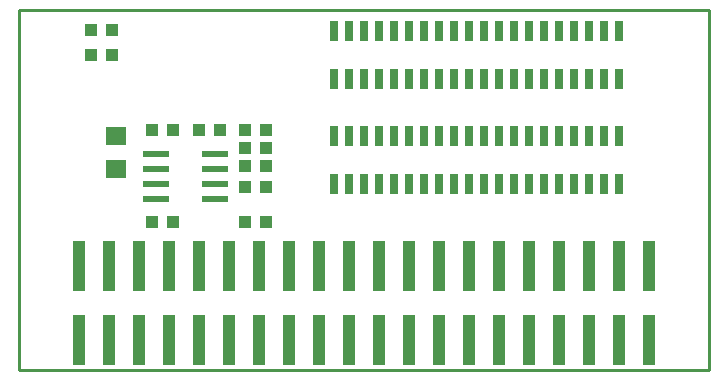
<source format=gbr>
G04 #@! TF.FileFunction,Paste,Top*
%FSLAX46Y46*%
G04 Gerber Fmt 4.6, Leading zero omitted, Abs format (unit mm)*
G04 Created by KiCad (PCBNEW 4.0.1-3.201512221401+6198~38~ubuntu15.10.1-stable) date Tue 05 Apr 2016 01:32:55 PM EEST*
%MOMM*%
G01*
G04 APERTURE LIST*
%ADD10C,0.100000*%
%ADD11C,0.254000*%
%ADD12R,1.016000X1.016000*%
%ADD13R,0.700000X1.800000*%
%ADD14R,1.030000X1.060000*%
%ADD15R,1.778000X1.524000*%
%ADD16R,1.000000X4.250000*%
%ADD17R,2.200000X0.600000*%
G04 APERTURE END LIST*
D10*
D11*
X127000000Y-96520000D02*
X127000000Y-127000000D01*
X185420000Y-96520000D02*
X127000000Y-96520000D01*
X185420000Y-127000000D02*
X185420000Y-96520000D01*
X127000000Y-127000000D02*
X185420000Y-127000000D01*
D12*
X146177000Y-111506000D03*
X146177000Y-109728000D03*
X147955000Y-111506000D03*
X147955000Y-109728000D03*
D13*
X153670000Y-107188000D03*
X153670000Y-111252000D03*
X154940000Y-107188000D03*
X154940000Y-111252000D03*
X156210000Y-107188000D03*
X156210000Y-111252000D03*
X157480000Y-107188000D03*
X157480000Y-111252000D03*
X158750000Y-107188000D03*
X158750000Y-111252000D03*
X160020000Y-107188000D03*
X160020000Y-111252000D03*
X161290000Y-107188000D03*
X161290000Y-111252000D03*
X162560000Y-107188000D03*
X162560000Y-111252000D03*
X163830000Y-107188000D03*
X163830000Y-111252000D03*
X165100000Y-107188000D03*
X165100000Y-111252000D03*
X177800000Y-111252000D03*
X177800000Y-107188000D03*
X176530000Y-111252000D03*
X176530000Y-107188000D03*
X175260000Y-111252000D03*
X175260000Y-107188000D03*
X173990000Y-111252000D03*
X173990000Y-107188000D03*
X172720000Y-111252000D03*
X172720000Y-107188000D03*
X171450000Y-111252000D03*
X171450000Y-107188000D03*
X170180000Y-111252000D03*
X170180000Y-107188000D03*
X168910000Y-111252000D03*
X168910000Y-107188000D03*
X167640000Y-111252000D03*
X167640000Y-107188000D03*
X166370000Y-111252000D03*
X166370000Y-107188000D03*
X153670000Y-102362000D03*
X153670000Y-98298000D03*
X154940000Y-102362000D03*
X154940000Y-98298000D03*
X156210000Y-102362000D03*
X156210000Y-98298000D03*
X157480000Y-102362000D03*
X157480000Y-98298000D03*
X158750000Y-102362000D03*
X158750000Y-98298000D03*
X160020000Y-102362000D03*
X160020000Y-98298000D03*
X161290000Y-102362000D03*
X161290000Y-98298000D03*
X162560000Y-102362000D03*
X162560000Y-98298000D03*
X163830000Y-102362000D03*
X163830000Y-98298000D03*
X165100000Y-102362000D03*
X165100000Y-98298000D03*
X177800000Y-98298000D03*
X177800000Y-102362000D03*
X176530000Y-98298000D03*
X176530000Y-102362000D03*
X175260000Y-98298000D03*
X175260000Y-102362000D03*
X173990000Y-98298000D03*
X173990000Y-102362000D03*
X172720000Y-98298000D03*
X172720000Y-102362000D03*
X171450000Y-98298000D03*
X171450000Y-102362000D03*
X170180000Y-98298000D03*
X170180000Y-102362000D03*
X168910000Y-98298000D03*
X168910000Y-102362000D03*
X167640000Y-98298000D03*
X167640000Y-102362000D03*
X166370000Y-98298000D03*
X166370000Y-102362000D03*
D14*
X133096000Y-98171000D03*
X134874000Y-98171000D03*
D12*
X134874000Y-100330000D03*
X133096000Y-100330000D03*
X142240000Y-106680000D03*
X144018000Y-106680000D03*
X140081000Y-114427000D03*
X138303000Y-114427000D03*
X140081000Y-106680000D03*
X138303000Y-106680000D03*
X147955000Y-114427000D03*
X146177000Y-114427000D03*
X147955000Y-108204000D03*
X146177000Y-108204000D03*
D15*
X135255000Y-109982000D03*
X135255000Y-107188000D03*
D12*
X146177000Y-106680000D03*
X147955000Y-106680000D03*
D16*
X132080000Y-124410000D03*
X132080000Y-118160000D03*
X134620000Y-124410000D03*
X134620000Y-118160000D03*
X137160000Y-124410000D03*
X137160000Y-118160000D03*
X139700000Y-124410000D03*
X139700000Y-118160000D03*
X142240000Y-124410000D03*
X142240000Y-118160000D03*
X144780000Y-124410000D03*
X144780000Y-118160000D03*
X147320000Y-124410000D03*
X147320000Y-118160000D03*
X149860000Y-124410000D03*
X149860000Y-118160000D03*
X152400000Y-124410000D03*
X152400000Y-118160000D03*
X154940000Y-124410000D03*
X154940000Y-118160000D03*
X157480000Y-124410000D03*
X157480000Y-118160000D03*
X160020000Y-124410000D03*
X160020000Y-118160000D03*
X162560000Y-124410000D03*
X162560000Y-118160000D03*
X165100000Y-124410000D03*
X165100000Y-118160000D03*
X167640000Y-124410000D03*
X167640000Y-118160000D03*
X170180000Y-124410000D03*
X170180000Y-118160000D03*
X172720000Y-124410000D03*
X172720000Y-118160000D03*
X175260000Y-124410000D03*
X175260000Y-118160000D03*
X177800000Y-124410000D03*
X177800000Y-118160000D03*
X180340000Y-124410000D03*
X180340000Y-118160000D03*
D17*
X143597000Y-112522000D03*
X143597000Y-111252000D03*
X143597000Y-109982000D03*
X143597000Y-108712000D03*
X138597000Y-108712000D03*
X138597000Y-109982000D03*
X138597000Y-111252000D03*
X138597000Y-112522000D03*
M02*

</source>
